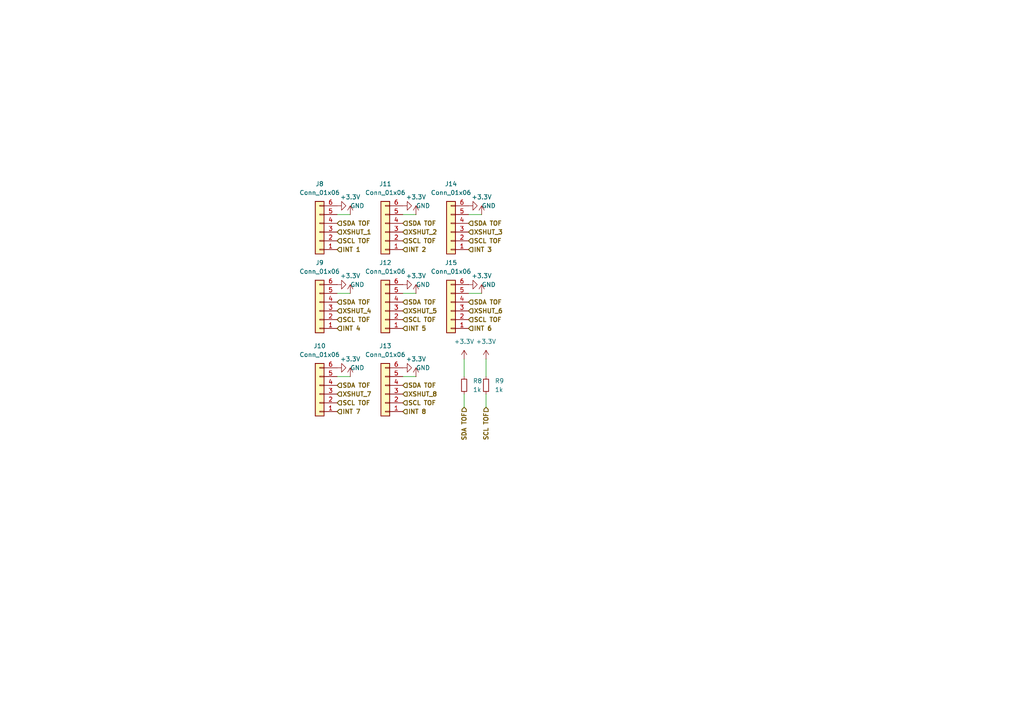
<source format=kicad_sch>
(kicad_sch (version 20250114) (generator "eeschema") (generator_version "9.0")
  (paper "A4")
  (lib_symbols
    (symbol "Connector_Generic:Conn_01x06" (pin_names (offset 1.016) (hide yes))
      (property "Reference" "J" (at 0 7.62 0))
      (property "Value" "Conn_01x06" (at 0 -10.16 0))
      (symbol "Conn_01x06_1_1"
        (rectangle (start -1.27 6.35) (end 1.27 -8.89) (stroke (width 0.254)) (fill (type background)))
        (rectangle (start -1.27 5.207) (end 0 4.953) (stroke (width 0.1524)))
        (rectangle (start -1.27 2.667) (end 0 2.413) (stroke (width 0.1524)))
        (rectangle (start -1.27 0.127) (end 0 -0.127) (stroke (width 0.1524)))
        (rectangle (start -1.27 -2.413) (end 0 -2.667) (stroke (width 0.1524)))
        (rectangle (start -1.27 -4.953) (end 0 -5.207) (stroke (width 0.1524)))
        (rectangle (start -1.27 -7.493) (end 0 -7.747) (stroke (width 0.1524)))
        (pin passive line (at -5.08 5.08 0) (length 3.81) (name "Pin_1") (number "1"))
        (pin passive line (at -5.08 2.54 0) (length 3.81) (name "Pin_2") (number "2"))
        (pin passive line (at -5.08 0 0) (length 3.81) (name "Pin_3") (number "3"))
        (pin passive line (at -5.08 -2.54 0) (length 3.81) (name "Pin_4") (number "4"))
        (pin passive line (at -5.08 -5.08 0) (length 3.81) (name "Pin_5") (number "5"))
        (pin passive line (at -5.08 -7.62 0) (length 3.81) (name "Pin_6") (number "6"))
      )
    )
    (symbol "Device:R_Small" (pin_numbers (hide yes)) (pin_names (offset 0.254) (hide yes))
      (property "Reference" "R" (at 0.762 0.508 0))
      (property "Value" "R_Small" (at 0.762 -1.016 0))
      (symbol "R_Small_0_1"
        (rectangle (start -0.762 1.778) (end 0.762 -1.778) (stroke (width 0.2032)))
      )
      (symbol "R_Small_1_1"
        (pin passive line (at 0 2.54 270) (length 0.762) (name "~") (number "1"))
        (pin passive line (at 0 -2.54 90) (length 0.762) (name "~") (number "2"))
      )
    )
    (symbol "power:+3.3V" (power) (pin_numbers (hide yes)) (pin_names (offset 0) (hide yes))
      (property "Value" "+3.3V" (at 0 3.556 0))
      (symbol "+3.3V_0_1"
        (polyline (pts (xy -0.762 1.27) (xy 0 2.54)))
        (polyline (pts (xy 0 2.54) (xy 0.762 1.27)))
        (polyline (pts (xy 0 0) (xy 0 2.54)))
      )
      (symbol "+3.3V_1_1"
        (pin power_in line (at 0 0 90) (length 0) (name "~") (number "1"))
      )
    )
    (symbol "power:+5V" (power) (pin_numbers (hide yes)) (pin_names (offset 0) (hide yes))
      (property "Value" "+5V" (at 0 3.556 0))
      (symbol "+5V_0_1"
        (polyline (pts (xy -0.762 1.27) (xy 0 2.54)))
        (polyline (pts (xy 0 2.54) (xy 0.762 1.27)))
        (polyline (pts (xy 0 0) (xy 0 2.54)))
      )
      (symbol "+5V_1_1"
        (pin power_in line (at 0 0 90) (length 0) (name "~") (number "1"))
      )
    )
    (symbol "power:GND" (power) (pin_numbers (hide yes)) (pin_names (offset 0) (hide yes))
      (property "Value" "GND" (at 0 -3.81 0))
      (symbol "GND_0_1"
        (polyline (pts (xy 0 0) (xy 0 -1.27) (xy 1.27 -1.27) (xy 0 -2.54) (xy -1.27 -1.27) (xy 0 -1.27)))
      )
      (symbol "GND_1_1"
        (pin power_in line (at 0 0 270) (length 0) (name "~") (number "1"))
      )
    )
  )
  (wire (pts (xy 134.62 104.14) (xy 134.62 109.22)))
  (wire (pts (xy 140.97 104.14) (xy 140.97 109.22)))
  (wire (pts (xy 139.7 62.23) (xy 135.89 62.23)))
  (wire (pts (xy 120.65 62.23) (xy 116.84 62.23)))
  (wire (pts (xy 101.6 62.23) (xy 97.79 62.23)))
  (wire (pts (xy 101.6 85.09) (xy 97.79 85.09)))
  (wire (pts (xy 120.65 109.22) (xy 116.84 109.22)))
  (wire (pts (xy 120.65 85.09) (xy 116.84 85.09)))
  (wire (pts (xy 101.6 109.22) (xy 97.79 109.22)))
  (wire (pts (xy 139.7 85.09) (xy 135.89 85.09)))
  (wire (pts (xy 140.97 114.3) (xy 140.97 118.11)))
  (wire (pts (xy 134.62 114.3) (xy 134.62 118.11)))
  (hierarchical_label "SDA TOF" (shape input) (at 97.79 87.63 0) (effects (font (thickness 0.254) (bold yes))))
  (hierarchical_label "INT 2" (shape input) (at 116.84 72.39 0) (effects (font (thickness 0.254) (bold yes))))
  (hierarchical_label "XSHUT_2" (shape input) (at 116.84 67.31 0) (effects (font (thickness 0.254) (bold yes))))
  (hierarchical_label "XSHUT_8" (shape input) (at 116.84 114.3 0) (effects (font (thickness 0.254) (bold yes))))
  (hierarchical_label "SDA TOF" (shape input) (at 135.89 64.77 0) (effects (font (thickness 0.254) (bold yes))))
  (hierarchical_label "XSHUT_6" (shape input) (at 135.89 90.17 0) (effects (font (thickness 0.254) (bold yes))))
  (hierarchical_label "SCL TOF" (shape input) (at 135.89 92.71 0) (effects (font (thickness 0.254) (bold yes))))
  (hierarchical_label "SDA TOF" (shape input) (at 97.79 64.77 0) (effects (font (thickness 0.254) (bold yes))))
  (hierarchical_label "XSHUT_4" (shape input) (at 97.79 90.17 0) (effects (font (thickness 0.254) (bold yes))))
  (hierarchical_label "SDA TOF" (shape input) (at 116.84 111.76 0) (effects (font (thickness 0.254) (bold yes))))
  (hierarchical_label "SDA TOF" (shape input) (at 97.79 111.76 0) (effects (font (thickness 0.254) (bold yes))))
  (hierarchical_label "INT 4" (shape input) (at 97.79 95.25 0) (effects (font (thickness 0.254) (bold yes))))
  (hierarchical_label "INT 8" (shape input) (at 116.84 119.38 0) (effects (font (thickness 0.254) (bold yes))))
  (hierarchical_label "INT 3" (shape input) (at 135.89 72.39 0) (effects (font (thickness 0.254) (bold yes))))
  (hierarchical_label "SCL TOF" (shape input) (at 135.89 69.85 0) (effects (font (thickness 0.254) (bold yes))))
  (hierarchical_label "XSHUT_1" (shape input) (at 97.79 67.31 0) (effects (font (thickness 0.254) (bold yes))))
  (hierarchical_label "XSHUT_3" (shape input) (at 135.89 67.31 0) (effects (font (thickness 0.254) (bold yes))))
  (hierarchical_label "SCL TOF" (shape input) (at 97.79 116.84 0) (effects (font (thickness 0.254) (bold yes))))
  (hierarchical_label "INT 5" (shape input) (at 116.84 95.25 0) (effects (font (thickness 0.254) (bold yes))))
  (hierarchical_label "SDA TOF" (shape input) (at 134.62 118.11 270) (effects (font (thickness 0.254) (bold yes))))
  (hierarchical_label "SCL TOF" (shape input) (at 97.79 92.71 0) (effects (font (thickness 0.254) (bold yes))))
  (hierarchical_label "SCL TOF" (shape input) (at 116.84 92.71 0) (effects (font (thickness 0.254) (bold yes))))
  (hierarchical_label "SCL TOF" (shape input) (at 116.84 69.85 0) (effects (font (thickness 0.254) (bold yes))))
  (hierarchical_label "INT 7" (shape input) (at 97.79 119.38 0) (effects (font (thickness 0.254) (bold yes))))
  (hierarchical_label "XSHUT_5" (shape input) (at 116.84 90.17 0) (effects (font (thickness 0.254) (bold yes))))
  (hierarchical_label "SCL TOF" (shape input) (at 140.97 118.11 270) (effects (font (thickness 0.254) (bold yes))))
  (hierarchical_label "SDA TOF" (shape input) (at 135.89 87.63 0) (effects (font (thickness 0.254) (bold yes))))
  (hierarchical_label "SDA TOF" (shape input) (at 116.84 87.63 0) (effects (font (thickness 0.254) (bold yes))))
  (hierarchical_label "SCL TOF" (shape input) (at 97.79 69.85 0) (effects (font (thickness 0.254) (bold yes))))
  (hierarchical_label "SCL TOF" (shape input) (at 116.84 116.84 0) (effects (font (thickness 0.254) (bold yes))))
  (hierarchical_label "XSHUT_7" (shape input) (at 97.79 114.3 0) (effects (font (thickness 0.254) (bold yes))))
  (hierarchical_label "INT 1" (shape input) (at 97.79 72.39 0) (effects (font (thickness 0.254) (bold yes))))
  (hierarchical_label "SDA TOF" (shape input) (at 116.84 64.77 0) (effects (font (thickness 0.254) (bold yes))))
  (hierarchical_label "INT 6" (shape input) (at 135.89 95.25 0) (effects (font (thickness 0.254) (bold yes))))
  (symbol (lib_id "Connector_Generic:Conn_01x06") (at 92.71 90.17 180) (unit 1)
    (property "Reference" "J9" (at 92.71 76.2 0))
    (property "Value" "Conn_01x06" (at 92.71 78.74 0))
    (property "Footprint" "Connector_JST:JST_SH_BM06B-SRSS-TB_1x06-1MP_P1.00mm_Vertical" (effects (hide yes)))
    (property "Description" "Generic connector, single row, 01x06, script generated (kicad-library-utils/schlib/autogen/connector/)" (effects (hide yes)))
  )
  (symbol (lib_id "power:+3.3V") (at 140.97 104.14 0) (unit 1)
    (property "Reference" "#PWR065" (effects (hide yes)))
    (property "Value" "+3.3V" (at 140.97 99.06 0))
    (property "Description" "Power symbol creates a global label with name \"+3.3V\"" (effects (hide yes)))
  )
  (symbol (lib_id "power:GND") (at 116.84 106.68 90) (unit 1)
    (property "Reference" "#PWR056" (effects (hide yes)))
    (property "Value" "GND" (at 120.65 106.6799 90) (effects (justify right)))
    (property "Description" "Power symbol creates a global label with name \"GND\" , ground" (effects (hide yes)))
  )
  (symbol (lib_id "power:+5V") (at 120.65 62.23 0) (unit 1)
    (property "Reference" "#PWR057" (effects (hide yes)))
    (property "Value" "+3.3V" (at 120.65 57.15 0))
    (property "Description" "Power symbol creates a global label with name \"+5V\"" (effects (hide yes)))
  )
  (symbol (lib_id "power:+5V") (at 139.7 85.09 0) (unit 1)
    (property "Reference" "#PWR064" (effects (hide yes)))
    (property "Value" "+3.3V" (at 139.7 80.01 0))
    (property "Description" "Power symbol creates a global label with name \"+5V\"" (effects (hide yes)))
  )
  (symbol (lib_id "Connector_Generic:Conn_01x06") (at 111.76 114.3 180) (unit 1)
    (property "Reference" "J13" (at 111.76 100.33 0))
    (property "Value" "Conn_01x06" (at 111.76 102.87 0))
    (property "Footprint" "Connector_JST:JST_SH_BM06B-SRSS-TB_1x06-1MP_P1.00mm_Vertical" (effects (hide yes)))
    (property "Description" "Generic connector, single row, 01x06, script generated (kicad-library-utils/schlib/autogen/connector/)" (effects (hide yes)))
  )
  (symbol (lib_id "Connector_Generic:Conn_01x06") (at 130.81 90.17 180) (unit 1)
    (property "Reference" "J15" (at 130.81 76.2 0))
    (property "Value" "Conn_01x06" (at 130.81 78.74 0))
    (property "Footprint" "Connector_JST:JST_SH_BM06B-SRSS-TB_1x06-1MP_P1.00mm_Vertical" (effects (hide yes)))
    (property "Description" "Generic connector, single row, 01x06, script generated (kicad-library-utils/schlib/autogen/connector/)" (effects (hide yes)))
  )
  (symbol (lib_id "power:GND") (at 97.79 59.69 90) (unit 1)
    (property "Reference" "#PWR048" (effects (hide yes)))
    (property "Value" "GND" (at 101.6 59.6899 90) (effects (justify right)))
    (property "Description" "Power symbol creates a global label with name \"GND\" , ground" (effects (hide yes)))
  )
  (symbol (lib_id "Device:R_Small") (at 140.97 111.76 0) (unit 1)
    (property "Reference" "R9" (at 143.51 110.4899 0) (effects (justify left)))
    (property "Value" "1k" (at 143.51 113.0299 0) (effects (justify left)))
    (property "Footprint" "Resistor_SMD:R_0402_1005Metric" (effects (hide yes)))
    (property "Description" "Resistor, small symbol" (effects (hide yes)))
  )
  (symbol (lib_id "Connector_Generic:Conn_01x06") (at 92.71 67.31 180) (unit 1)
    (property "Reference" "J8" (at 92.71 53.34 0))
    (property "Value" "Conn_01x06" (at 92.71 55.88 0))
    (property "Footprint" "Connector_JST:JST_SH_BM06B-SRSS-TB_1x06-1MP_P1.00mm_Vertical" (effects (hide yes)))
    (property "Description" "Generic connector, single row, 01x06, script generated (kicad-library-utils/schlib/autogen/connector/)" (effects (hide yes)))
  )
  (symbol (lib_id "power:+5V") (at 101.6 62.23 0) (unit 1)
    (property "Reference" "#PWR051" (effects (hide yes)))
    (property "Value" "+3.3V" (at 101.6 57.15 0))
    (property "Description" "Power symbol creates a global label with name \"+5V\"" (effects (hide yes)))
  )
  (symbol (lib_id "power:+5V") (at 120.65 85.09 0) (unit 1)
    (property "Reference" "#PWR058" (effects (hide yes)))
    (property "Value" "+3.3V" (at 120.65 80.01 0))
    (property "Description" "Power symbol creates a global label with name \"+5V\"" (effects (hide yes)))
  )
  (symbol (lib_id "power:GND") (at 97.79 106.68 90) (unit 1)
    (property "Reference" "#PWR050" (effects (hide yes)))
    (property "Value" "GND" (at 101.6 106.6799 90) (effects (justify right)))
    (property "Description" "Power symbol creates a global label with name \"GND\" , ground" (effects (hide yes)))
  )
  (symbol (lib_id "power:+5V") (at 139.7 62.23 0) (unit 1)
    (property "Reference" "#PWR063" (effects (hide yes)))
    (property "Value" "+3.3V" (at 139.7 57.15 0))
    (property "Description" "Power symbol creates a global label with name \"+5V\"" (effects (hide yes)))
  )
  (symbol (lib_id "Connector_Generic:Conn_01x06") (at 111.76 67.31 180) (unit 1)
    (property "Reference" "J11" (at 111.76 53.34 0))
    (property "Value" "Conn_01x06" (at 111.76 55.88 0))
    (property "Footprint" "Connector_JST:JST_SH_BM06B-SRSS-TB_1x06-1MP_P1.00mm_Vertical" (effects (hide yes)))
    (property "Description" "Generic connector, single row, 01x06, script generated (kicad-library-utils/schlib/autogen/connector/)" (effects (hide yes)))
  )
  (symbol (lib_id "power:+3.3V") (at 134.62 104.14 0) (unit 1)
    (property "Reference" "#PWR060" (effects (hide yes)))
    (property "Value" "+3.3V" (at 134.62 99.06 0))
    (property "Description" "Power symbol creates a global label with name \"+3.3V\"" (effects (hide yes)))
  )
  (symbol (lib_id "Connector_Generic:Conn_01x06") (at 92.71 114.3 180) (unit 1)
    (property "Reference" "J10" (at 92.71 100.33 0))
    (property "Value" "Conn_01x06" (at 92.71 102.87 0))
    (property "Footprint" "Connector_JST:JST_SH_BM06B-SRSS-TB_1x06-1MP_P1.00mm_Vertical" (effects (hide yes)))
    (property "Description" "Generic connector, single row, 01x06, script generated (kicad-library-utils/schlib/autogen/connector/)" (effects (hide yes)))
  )
  (symbol (lib_id "power:GND") (at 116.84 59.69 90) (unit 1)
    (property "Reference" "#PWR054" (effects (hide yes)))
    (property "Value" "GND" (at 120.65 59.6899 90) (effects (justify right)))
    (property "Description" "Power symbol creates a global label with name \"GND\" , ground" (effects (hide yes)))
  )
  (symbol (lib_id "power:+5V") (at 101.6 109.22 0) (unit 1)
    (property "Reference" "#PWR053" (effects (hide yes)))
    (property "Value" "+3.3V" (at 101.6 104.14 0))
    (property "Description" "Power symbol creates a global label with name \"+5V\"" (effects (hide yes)))
  )
  (symbol (lib_id "power:GND") (at 97.79 82.55 90) (unit 1)
    (property "Reference" "#PWR049" (effects (hide yes)))
    (property "Value" "GND" (at 101.6 82.5499 90) (effects (justify right)))
    (property "Description" "Power symbol creates a global label with name \"GND\" , ground" (effects (hide yes)))
  )
  (symbol (lib_id "power:GND") (at 116.84 82.55 90) (unit 1)
    (property "Reference" "#PWR055" (effects (hide yes)))
    (property "Value" "GND" (at 120.65 82.5499 90) (effects (justify right)))
    (property "Description" "Power symbol creates a global label with name \"GND\" , ground" (effects (hide yes)))
  )
  (symbol (lib_id "power:+5V") (at 120.65 109.22 0) (unit 1)
    (property "Reference" "#PWR059" (effects (hide yes)))
    (property "Value" "+3.3V" (at 120.65 104.14 0))
    (property "Description" "Power symbol creates a global label with name \"+5V\"" (effects (hide yes)))
  )
  (symbol (lib_id "Connector_Generic:Conn_01x06") (at 111.76 90.17 180) (unit 1)
    (property "Reference" "J12" (at 111.76 76.2 0))
    (property "Value" "Conn_01x06" (at 111.76 78.74 0))
    (property "Footprint" "Connector_JST:JST_SH_BM06B-SRSS-TB_1x06-1MP_P1.00mm_Vertical" (effects (hide yes)))
    (property "Description" "Generic connector, single row, 01x06, script generated (kicad-library-utils/schlib/autogen/connector/)" (effects (hide yes)))
  )
  (symbol (lib_id "Connector_Generic:Conn_01x06") (at 130.81 67.31 180) (unit 1)
    (property "Reference" "J14" (at 130.81 53.34 0))
    (property "Value" "Conn_01x06" (at 130.81 55.88 0))
    (property "Footprint" "Connector_JST:JST_SH_BM06B-SRSS-TB_1x06-1MP_P1.00mm_Vertical" (effects (hide yes)))
    (property "Description" "Generic connector, single row, 01x06, script generated (kicad-library-utils/schlib/autogen/connector/)" (effects (hide yes)))
  )
  (symbol (lib_id "Device:R_Small") (at 134.62 111.76 0) (unit 1)
    (property "Reference" "R8" (at 137.16 110.4899 0) (effects (justify left)))
    (property "Value" "1k" (at 137.16 113.0299 0) (effects (justify left)))
    (property "Footprint" "Resistor_SMD:R_0402_1005Metric" (effects (hide yes)))
    (property "Description" "Resistor, small symbol" (effects (hide yes)))
  )
  (symbol (lib_id "power:GND") (at 135.89 82.55 90) (unit 1)
    (property "Reference" "#PWR062" (effects (hide yes)))
    (property "Value" "GND" (at 139.7 82.5499 90) (effects (justify right)))
    (property "Description" "Power symbol creates a global label with name \"GND\" , ground" (effects (hide yes)))
  )
  (symbol (lib_id "power:GND") (at 135.89 59.69 90) (unit 1)
    (property "Reference" "#PWR061" (effects (hide yes)))
    (property "Value" "GND" (at 139.7 59.6899 90) (effects (justify right)))
    (property "Description" "Power symbol creates a global label with name \"GND\" , ground" (effects (hide yes)))
  )
  (symbol (lib_id "power:+5V") (at 101.6 85.09 0) (unit 1)
    (property "Reference" "#PWR052" (effects (hide yes)))
    (property "Value" "+3.3V" (at 101.6 80.01 0))
    (property "Description" "Power symbol creates a global label with name \"+5V\"" (effects (hide yes)))
  )
)
</source>
